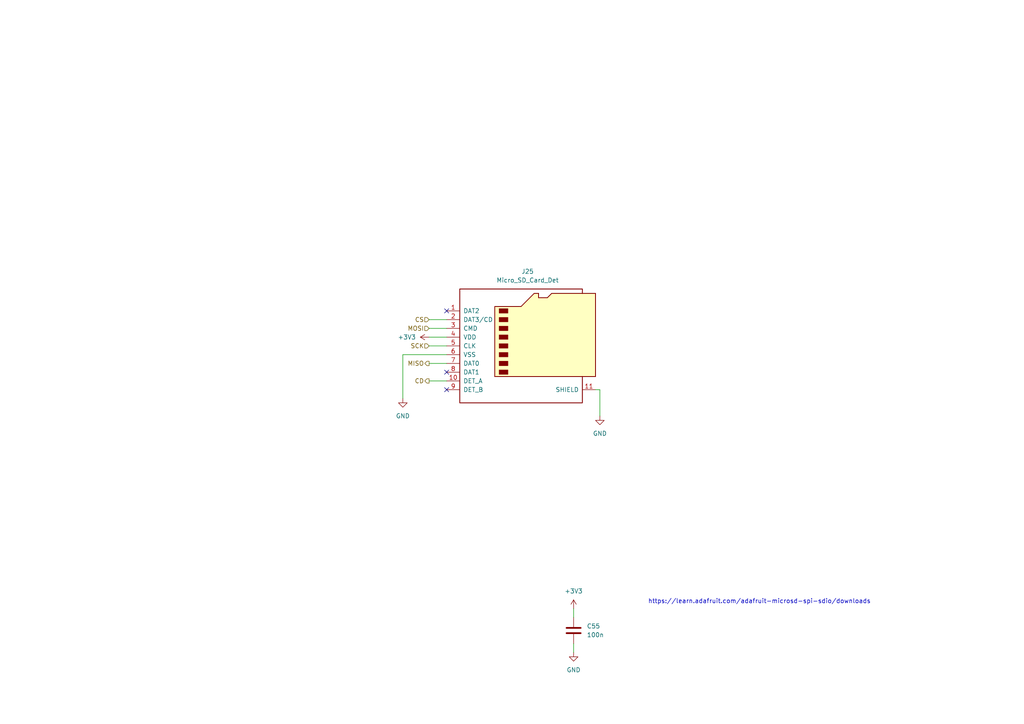
<source format=kicad_sch>
(kicad_sch (version 20211123) (generator eeschema)

  (uuid 8fd3a365-ba5c-4d1b-8137-92cc5fc3d5de)

  (paper "A4")

  (lib_symbols
    (symbol "Connector:Micro_SD_Card_Det" (pin_names (offset 1.016)) (in_bom yes) (on_board yes)
      (property "Reference" "J" (id 0) (at -16.51 17.78 0)
        (effects (font (size 1.27 1.27)))
      )
      (property "Value" "Micro_SD_Card_Det" (id 1) (at 16.51 17.78 0)
        (effects (font (size 1.27 1.27)) (justify right))
      )
      (property "Footprint" "" (id 2) (at 52.07 17.78 0)
        (effects (font (size 1.27 1.27)) hide)
      )
      (property "Datasheet" "https://www.hirose.com/product/en/download_file/key_name/DM3/category/Catalog/doc_file_id/49662/?file_category_id=4&item_id=195&is_series=1" (id 3) (at 0 2.54 0)
        (effects (font (size 1.27 1.27)) hide)
      )
      (property "ki_keywords" "connector SD microsd" (id 4) (at 0 0 0)
        (effects (font (size 1.27 1.27)) hide)
      )
      (property "ki_description" "Micro SD Card Socket with card detection pins" (id 5) (at 0 0 0)
        (effects (font (size 1.27 1.27)) hide)
      )
      (property "ki_fp_filters" "microSD*" (id 6) (at 0 0 0)
        (effects (font (size 1.27 1.27)) hide)
      )
      (symbol "Micro_SD_Card_Det_0_1"
        (rectangle (start -7.62 -6.985) (end -5.08 -8.255)
          (stroke (width 0) (type default) (color 0 0 0 0))
          (fill (type outline))
        )
        (rectangle (start -7.62 -4.445) (end -5.08 -5.715)
          (stroke (width 0) (type default) (color 0 0 0 0))
          (fill (type outline))
        )
        (rectangle (start -7.62 -1.905) (end -5.08 -3.175)
          (stroke (width 0) (type default) (color 0 0 0 0))
          (fill (type outline))
        )
        (rectangle (start -7.62 0.635) (end -5.08 -0.635)
          (stroke (width 0) (type default) (color 0 0 0 0))
          (fill (type outline))
        )
        (rectangle (start -7.62 3.175) (end -5.08 1.905)
          (stroke (width 0) (type default) (color 0 0 0 0))
          (fill (type outline))
        )
        (rectangle (start -7.62 5.715) (end -5.08 4.445)
          (stroke (width 0) (type default) (color 0 0 0 0))
          (fill (type outline))
        )
        (rectangle (start -7.62 8.255) (end -5.08 6.985)
          (stroke (width 0) (type default) (color 0 0 0 0))
          (fill (type outline))
        )
        (rectangle (start -7.62 10.795) (end -5.08 9.525)
          (stroke (width 0) (type default) (color 0 0 0 0))
          (fill (type outline))
        )
        (polyline
          (pts
            (xy 16.51 15.24)
            (xy 16.51 16.51)
            (xy -19.05 16.51)
            (xy -19.05 -16.51)
            (xy 16.51 -16.51)
            (xy 16.51 -8.89)
          )
          (stroke (width 0.254) (type default) (color 0 0 0 0))
          (fill (type none))
        )
        (polyline
          (pts
            (xy -8.89 -8.89)
            (xy -8.89 11.43)
            (xy -1.27 11.43)
            (xy 2.54 15.24)
            (xy 3.81 15.24)
            (xy 3.81 13.97)
            (xy 6.35 13.97)
            (xy 7.62 15.24)
            (xy 20.32 15.24)
            (xy 20.32 -8.89)
            (xy -8.89 -8.89)
          )
          (stroke (width 0.254) (type default) (color 0 0 0 0))
          (fill (type background))
        )
      )
      (symbol "Micro_SD_Card_Det_1_1"
        (pin bidirectional line (at -22.86 10.16 0) (length 3.81)
          (name "DAT2" (effects (font (size 1.27 1.27))))
          (number "1" (effects (font (size 1.27 1.27))))
        )
        (pin passive line (at -22.86 -10.16 0) (length 3.81)
          (name "DET_A" (effects (font (size 1.27 1.27))))
          (number "10" (effects (font (size 1.27 1.27))))
        )
        (pin passive line (at 20.32 -12.7 180) (length 3.81)
          (name "SHIELD" (effects (font (size 1.27 1.27))))
          (number "11" (effects (font (size 1.27 1.27))))
        )
        (pin bidirectional line (at -22.86 7.62 0) (length 3.81)
          (name "DAT3/CD" (effects (font (size 1.27 1.27))))
          (number "2" (effects (font (size 1.27 1.27))))
        )
        (pin input line (at -22.86 5.08 0) (length 3.81)
          (name "CMD" (effects (font (size 1.27 1.27))))
          (number "3" (effects (font (size 1.27 1.27))))
        )
        (pin power_in line (at -22.86 2.54 0) (length 3.81)
          (name "VDD" (effects (font (size 1.27 1.27))))
          (number "4" (effects (font (size 1.27 1.27))))
        )
        (pin input line (at -22.86 0 0) (length 3.81)
          (name "CLK" (effects (font (size 1.27 1.27))))
          (number "5" (effects (font (size 1.27 1.27))))
        )
        (pin power_in line (at -22.86 -2.54 0) (length 3.81)
          (name "VSS" (effects (font (size 1.27 1.27))))
          (number "6" (effects (font (size 1.27 1.27))))
        )
        (pin bidirectional line (at -22.86 -5.08 0) (length 3.81)
          (name "DAT0" (effects (font (size 1.27 1.27))))
          (number "7" (effects (font (size 1.27 1.27))))
        )
        (pin bidirectional line (at -22.86 -7.62 0) (length 3.81)
          (name "DAT1" (effects (font (size 1.27 1.27))))
          (number "8" (effects (font (size 1.27 1.27))))
        )
        (pin passive line (at -22.86 -12.7 0) (length 3.81)
          (name "DET_B" (effects (font (size 1.27 1.27))))
          (number "9" (effects (font (size 1.27 1.27))))
        )
      )
    )
    (symbol "Device:C" (pin_numbers hide) (pin_names (offset 0.254)) (in_bom yes) (on_board yes)
      (property "Reference" "C" (id 0) (at 0.635 2.54 0)
        (effects (font (size 1.27 1.27)) (justify left))
      )
      (property "Value" "C" (id 1) (at 0.635 -2.54 0)
        (effects (font (size 1.27 1.27)) (justify left))
      )
      (property "Footprint" "" (id 2) (at 0.9652 -3.81 0)
        (effects (font (size 1.27 1.27)) hide)
      )
      (property "Datasheet" "~" (id 3) (at 0 0 0)
        (effects (font (size 1.27 1.27)) hide)
      )
      (property "ki_keywords" "cap capacitor" (id 4) (at 0 0 0)
        (effects (font (size 1.27 1.27)) hide)
      )
      (property "ki_description" "Unpolarized capacitor" (id 5) (at 0 0 0)
        (effects (font (size 1.27 1.27)) hide)
      )
      (property "ki_fp_filters" "C_*" (id 6) (at 0 0 0)
        (effects (font (size 1.27 1.27)) hide)
      )
      (symbol "C_0_1"
        (polyline
          (pts
            (xy -2.032 -0.762)
            (xy 2.032 -0.762)
          )
          (stroke (width 0.508) (type default) (color 0 0 0 0))
          (fill (type none))
        )
        (polyline
          (pts
            (xy -2.032 0.762)
            (xy 2.032 0.762)
          )
          (stroke (width 0.508) (type default) (color 0 0 0 0))
          (fill (type none))
        )
      )
      (symbol "C_1_1"
        (pin passive line (at 0 3.81 270) (length 2.794)
          (name "~" (effects (font (size 1.27 1.27))))
          (number "1" (effects (font (size 1.27 1.27))))
        )
        (pin passive line (at 0 -3.81 90) (length 2.794)
          (name "~" (effects (font (size 1.27 1.27))))
          (number "2" (effects (font (size 1.27 1.27))))
        )
      )
    )
    (symbol "power:+3V3" (power) (pin_names (offset 0)) (in_bom yes) (on_board yes)
      (property "Reference" "#PWR" (id 0) (at 0 -3.81 0)
        (effects (font (size 1.27 1.27)) hide)
      )
      (property "Value" "+3V3" (id 1) (at 0 3.556 0)
        (effects (font (size 1.27 1.27)))
      )
      (property "Footprint" "" (id 2) (at 0 0 0)
        (effects (font (size 1.27 1.27)) hide)
      )
      (property "Datasheet" "" (id 3) (at 0 0 0)
        (effects (font (size 1.27 1.27)) hide)
      )
      (property "ki_keywords" "power-flag" (id 4) (at 0 0 0)
        (effects (font (size 1.27 1.27)) hide)
      )
      (property "ki_description" "Power symbol creates a global label with name \"+3V3\"" (id 5) (at 0 0 0)
        (effects (font (size 1.27 1.27)) hide)
      )
      (symbol "+3V3_0_1"
        (polyline
          (pts
            (xy -0.762 1.27)
            (xy 0 2.54)
          )
          (stroke (width 0) (type default) (color 0 0 0 0))
          (fill (type none))
        )
        (polyline
          (pts
            (xy 0 0)
            (xy 0 2.54)
          )
          (stroke (width 0) (type default) (color 0 0 0 0))
          (fill (type none))
        )
        (polyline
          (pts
            (xy 0 2.54)
            (xy 0.762 1.27)
          )
          (stroke (width 0) (type default) (color 0 0 0 0))
          (fill (type none))
        )
      )
      (symbol "+3V3_1_1"
        (pin power_in line (at 0 0 90) (length 0) hide
          (name "+3V3" (effects (font (size 1.27 1.27))))
          (number "1" (effects (font (size 1.27 1.27))))
        )
      )
    )
    (symbol "power:GND" (power) (pin_names (offset 0)) (in_bom yes) (on_board yes)
      (property "Reference" "#PWR" (id 0) (at 0 -6.35 0)
        (effects (font (size 1.27 1.27)) hide)
      )
      (property "Value" "GND" (id 1) (at 0 -3.81 0)
        (effects (font (size 1.27 1.27)))
      )
      (property "Footprint" "" (id 2) (at 0 0 0)
        (effects (font (size 1.27 1.27)) hide)
      )
      (property "Datasheet" "" (id 3) (at 0 0 0)
        (effects (font (size 1.27 1.27)) hide)
      )
      (property "ki_keywords" "power-flag" (id 4) (at 0 0 0)
        (effects (font (size 1.27 1.27)) hide)
      )
      (property "ki_description" "Power symbol creates a global label with name \"GND\" , ground" (id 5) (at 0 0 0)
        (effects (font (size 1.27 1.27)) hide)
      )
      (symbol "GND_0_1"
        (polyline
          (pts
            (xy 0 0)
            (xy 0 -1.27)
            (xy 1.27 -1.27)
            (xy 0 -2.54)
            (xy -1.27 -1.27)
            (xy 0 -1.27)
          )
          (stroke (width 0) (type default) (color 0 0 0 0))
          (fill (type none))
        )
      )
      (symbol "GND_1_1"
        (pin power_in line (at 0 0 270) (length 0) hide
          (name "GND" (effects (font (size 1.27 1.27))))
          (number "1" (effects (font (size 1.27 1.27))))
        )
      )
    )
  )


  (no_connect (at 129.54 113.03) (uuid a2ed692f-6648-43d9-841a-b491666c514d))
  (no_connect (at 129.54 90.17) (uuid a2ed692f-6648-43d9-841a-b491666c514e))
  (no_connect (at 129.54 107.95) (uuid d5a03c4e-a74d-40b6-8588-7747440e7e5e))

  (wire (pts (xy 166.37 176.53) (xy 166.37 179.07))
    (stroke (width 0) (type default) (color 0 0 0 0))
    (uuid 0e14674d-ab35-4a44-9170-1776949f616d)
  )
  (wire (pts (xy 124.46 92.71) (xy 129.54 92.71))
    (stroke (width 0) (type default) (color 0 0 0 0))
    (uuid 30a19959-17dd-43cd-9710-86ff2bb1a436)
  )
  (wire (pts (xy 124.46 105.41) (xy 129.54 105.41))
    (stroke (width 0) (type default) (color 0 0 0 0))
    (uuid 344c7f61-0882-429b-9db2-f59585e3da1c)
  )
  (wire (pts (xy 166.37 186.69) (xy 166.37 189.23))
    (stroke (width 0) (type default) (color 0 0 0 0))
    (uuid 3d657470-2f6a-4453-a6c3-5c15ad7333d5)
  )
  (wire (pts (xy 173.99 120.65) (xy 173.99 113.03))
    (stroke (width 0) (type default) (color 0 0 0 0))
    (uuid 403b7add-bcc4-4dc6-91ef-9468cc667646)
  )
  (wire (pts (xy 124.46 97.79) (xy 129.54 97.79))
    (stroke (width 0) (type default) (color 0 0 0 0))
    (uuid 41ae628e-7ecc-4e6c-9333-f47631904df6)
  )
  (wire (pts (xy 124.46 100.33) (xy 129.54 100.33))
    (stroke (width 0) (type default) (color 0 0 0 0))
    (uuid 4ab0e173-2d71-4dff-a7f3-bacf52638677)
  )
  (wire (pts (xy 173.99 113.03) (xy 172.72 113.03))
    (stroke (width 0) (type default) (color 0 0 0 0))
    (uuid 58152365-0f87-4828-a4dc-c08414a5b312)
  )
  (wire (pts (xy 124.46 110.49) (xy 129.54 110.49))
    (stroke (width 0) (type default) (color 0 0 0 0))
    (uuid 92b927bb-01ad-4f30-a69a-c1b8d63a530f)
  )
  (wire (pts (xy 116.84 102.87) (xy 116.84 115.57))
    (stroke (width 0) (type default) (color 0 0 0 0))
    (uuid 9f69812c-1db7-4090-864b-8aa9f9d9eb6a)
  )
  (wire (pts (xy 124.46 95.25) (xy 129.54 95.25))
    (stroke (width 0) (type default) (color 0 0 0 0))
    (uuid a33dac0a-21a9-4575-bf19-fe91b8890328)
  )
  (wire (pts (xy 129.54 102.87) (xy 116.84 102.87))
    (stroke (width 0) (type default) (color 0 0 0 0))
    (uuid cc3eceed-fe59-4c05-b501-b1382faad797)
  )

  (text "https://learn.adafruit.com/adafruit-microsd-spi-sdio/downloads"
    (at 187.96 175.26 0)
    (effects (font (size 1.27 1.27)) (justify left bottom))
    (uuid 1a3dca5e-9f4a-44a8-b3e2-f1721faa1094)
  )

  (hierarchical_label "MOSI" (shape input) (at 124.46 95.25 180)
    (effects (font (size 1.27 1.27)) (justify right))
    (uuid ae4be845-8106-48a5-af6a-90b13f469774)
  )
  (hierarchical_label "MISO" (shape output) (at 124.46 105.41 180)
    (effects (font (size 1.27 1.27)) (justify right))
    (uuid c0f1d8db-b0d6-4d23-9d3f-2f4e8c280843)
  )
  (hierarchical_label "CD" (shape output) (at 124.46 110.49 180)
    (effects (font (size 1.27 1.27)) (justify right))
    (uuid e0bcea8e-792c-4dd3-b2b4-00820c31b5b2)
  )
  (hierarchical_label "SCK" (shape input) (at 124.46 100.33 180)
    (effects (font (size 1.27 1.27)) (justify right))
    (uuid f20007d6-0376-463b-aadb-dc792171bae3)
  )
  (hierarchical_label "CS" (shape input) (at 124.46 92.71 180)
    (effects (font (size 1.27 1.27)) (justify right))
    (uuid fd0290f4-408d-40dd-aca6-3c8c9510600a)
  )

  (symbol (lib_id "Connector:Micro_SD_Card_Det") (at 152.4 100.33 0) (unit 1)
    (in_bom yes) (on_board yes) (fields_autoplaced)
    (uuid 256adfd0-10fb-4001-ba53-34b908fca4ce)
    (property "Reference" "J25" (id 0) (at 153.035 78.74 0))
    (property "Value" "Micro_SD_Card_Det" (id 1) (at 153.035 81.28 0))
    (property "Footprint" "" (id 2) (at 204.47 82.55 0)
      (effects (font (size 1.27 1.27)) hide)
    )
    (property "Datasheet" "https://www.hirose.com/product/en/download_file/key_name/DM3/category/Catalog/doc_file_id/49662/?file_category_id=4&item_id=195&is_series=1" (id 3) (at 152.4 97.79 0)
      (effects (font (size 1.27 1.27)) hide)
    )
    (pin "1" (uuid f06a6d12-e339-412a-be24-557c326818c0))
    (pin "10" (uuid c0af3d21-2ee5-426f-9ffd-762fccf06494))
    (pin "11" (uuid 7fddbb95-0671-4dcc-87c9-31f35b31fb43))
    (pin "2" (uuid 5e268d0e-890c-4633-bf69-a573d38de338))
    (pin "3" (uuid 292517ba-8e9e-4000-8976-d5bd780955b6))
    (pin "4" (uuid 210d8dbc-db22-4852-8381-7acf38c5bc8e))
    (pin "5" (uuid 297279d6-d05f-483a-be87-fdfd7cd8994f))
    (pin "6" (uuid 516f540e-3cf9-40b2-8299-ed26db846745))
    (pin "7" (uuid 5a7c0103-c343-4ba6-8860-bcbe4a24c314))
    (pin "8" (uuid 50a8583a-4726-410b-8992-b77a315245a3))
    (pin "9" (uuid c901b8a5-e7c0-4180-8a16-a50447c2ee6d))
  )

  (symbol (lib_id "power:GND") (at 173.99 120.65 0) (unit 1)
    (in_bom yes) (on_board yes) (fields_autoplaced)
    (uuid 2dc389d0-d2f3-467e-b2de-8dedc36c4c80)
    (property "Reference" "#PWR0219" (id 0) (at 173.99 127 0)
      (effects (font (size 1.27 1.27)) hide)
    )
    (property "Value" "GND" (id 1) (at 173.99 125.73 0))
    (property "Footprint" "" (id 2) (at 173.99 120.65 0)
      (effects (font (size 1.27 1.27)) hide)
    )
    (property "Datasheet" "" (id 3) (at 173.99 120.65 0)
      (effects (font (size 1.27 1.27)) hide)
    )
    (pin "1" (uuid d07e1f47-3e65-4752-97bb-31449426a438))
  )

  (symbol (lib_id "Device:C") (at 166.37 182.88 0) (unit 1)
    (in_bom yes) (on_board yes) (fields_autoplaced)
    (uuid 678d215b-07bf-4c2a-b9d4-dadec79a97e6)
    (property "Reference" "C55" (id 0) (at 170.18 181.6099 0)
      (effects (font (size 1.27 1.27)) (justify left))
    )
    (property "Value" "100n" (id 1) (at 170.18 184.1499 0)
      (effects (font (size 1.27 1.27)) (justify left))
    )
    (property "Footprint" "Capacitor_SMD:C_0603_1608Metric" (id 2) (at 167.3352 186.69 0)
      (effects (font (size 1.27 1.27)) hide)
    )
    (property "Datasheet" "~" (id 3) (at 166.37 182.88 0)
      (effects (font (size 1.27 1.27)) hide)
    )
    (pin "1" (uuid 9e9224c9-de56-44e9-994a-ee93d4065654))
    (pin "2" (uuid f0fe827d-f777-4bd3-9ba6-a74357addcbf))
  )

  (symbol (lib_id "power:+3V3") (at 166.37 176.53 0) (unit 1)
    (in_bom yes) (on_board yes) (fields_autoplaced)
    (uuid 9f27179e-d350-4f24-bf52-36bbf4ba6b99)
    (property "Reference" "#PWR0220" (id 0) (at 166.37 180.34 0)
      (effects (font (size 1.27 1.27)) hide)
    )
    (property "Value" "+3V3" (id 1) (at 166.37 171.45 0))
    (property "Footprint" "" (id 2) (at 166.37 176.53 0)
      (effects (font (size 1.27 1.27)) hide)
    )
    (property "Datasheet" "" (id 3) (at 166.37 176.53 0)
      (effects (font (size 1.27 1.27)) hide)
    )
    (pin "1" (uuid 9d590871-64af-4172-9aa9-81c90999a09a))
  )

  (symbol (lib_id "power:GND") (at 116.84 115.57 0) (unit 1)
    (in_bom yes) (on_board yes) (fields_autoplaced)
    (uuid a58da993-caaa-4a33-b4e3-5ad70fac225c)
    (property "Reference" "#PWR0218" (id 0) (at 116.84 121.92 0)
      (effects (font (size 1.27 1.27)) hide)
    )
    (property "Value" "GND" (id 1) (at 116.84 120.65 0))
    (property "Footprint" "" (id 2) (at 116.84 115.57 0)
      (effects (font (size 1.27 1.27)) hide)
    )
    (property "Datasheet" "" (id 3) (at 116.84 115.57 0)
      (effects (font (size 1.27 1.27)) hide)
    )
    (pin "1" (uuid 198dde31-4679-4119-bd8c-1a763ecb2041))
  )

  (symbol (lib_id "power:+3V3") (at 124.46 97.79 90) (unit 1)
    (in_bom yes) (on_board yes) (fields_autoplaced)
    (uuid adf03186-67e2-4024-bdf6-39ea6c98bd7f)
    (property "Reference" "#PWR0217" (id 0) (at 128.27 97.79 0)
      (effects (font (size 1.27 1.27)) hide)
    )
    (property "Value" "+3V3" (id 1) (at 120.65 97.7899 90)
      (effects (font (size 1.27 1.27)) (justify left))
    )
    (property "Footprint" "" (id 2) (at 124.46 97.79 0)
      (effects (font (size 1.27 1.27)) hide)
    )
    (property "Datasheet" "" (id 3) (at 124.46 97.79 0)
      (effects (font (size 1.27 1.27)) hide)
    )
    (pin "1" (uuid 4fa091f7-dfac-4e04-83bd-f0cd7abaf046))
  )

  (symbol (lib_id "power:GND") (at 166.37 189.23 0) (unit 1)
    (in_bom yes) (on_board yes) (fields_autoplaced)
    (uuid c3c872eb-7f85-4bf4-bece-3e560e8df967)
    (property "Reference" "#PWR0221" (id 0) (at 166.37 195.58 0)
      (effects (font (size 1.27 1.27)) hide)
    )
    (property "Value" "GND" (id 1) (at 166.37 194.31 0))
    (property "Footprint" "" (id 2) (at 166.37 189.23 0)
      (effects (font (size 1.27 1.27)) hide)
    )
    (property "Datasheet" "" (id 3) (at 166.37 189.23 0)
      (effects (font (size 1.27 1.27)) hide)
    )
    (pin "1" (uuid 669d3506-8095-4001-9b9f-e9e7784f7be0))
  )
)

</source>
